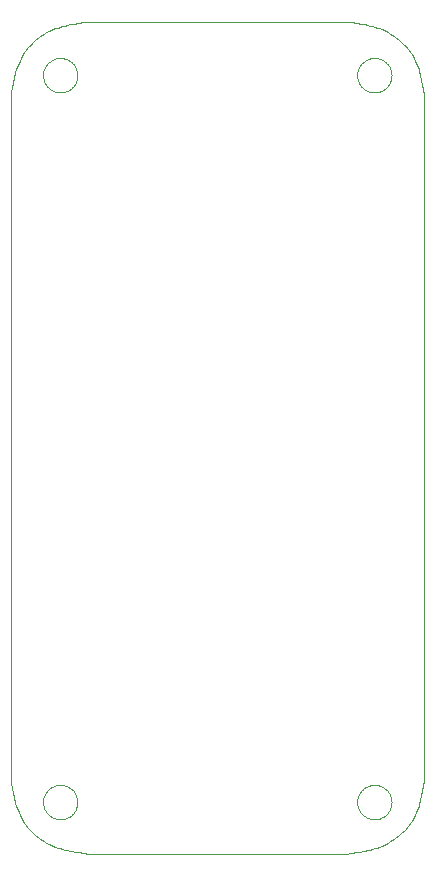
<source format=gm1>
G04 #@! TF.FileFunction,Profile,NP*
%FSLAX45Y45*%
G04 Gerber Fmt 4.5, Leading zero omitted, Abs format (unit mm)*
G04 Created by KiCad (PCBNEW 4.0.7-e2-6376~58~ubuntu16.04.1) date Wed Oct 11 09:48:03 2017*
%MOMM*%
%LPD*%
G01*
G04 APERTURE LIST*
%ADD10C,0.020000*%
%ADD11C,0.100000*%
G04 APERTURE END LIST*
D10*
D11*
X17814652Y-12553765D02*
X17815913Y-12561519D01*
X17813346Y-12546052D02*
X17814652Y-12553765D01*
X17811950Y-12538401D02*
X17813346Y-12546052D01*
X17810414Y-12530828D02*
X17811950Y-12538401D01*
X17808691Y-12523354D02*
X17810414Y-12530828D01*
X17806734Y-12515995D02*
X17808691Y-12523354D01*
X17804495Y-12508772D02*
X17806734Y-12515995D01*
X17801926Y-12501703D02*
X17804495Y-12508772D01*
X17798980Y-12494806D02*
X17801926Y-12501703D01*
X17795609Y-12488100D02*
X17798980Y-12494806D01*
X17791781Y-12481602D02*
X17795609Y-12488100D01*
X17787517Y-12475330D02*
X17791781Y-12481602D01*
X17782845Y-12469296D02*
X17787517Y-12475330D01*
X17777795Y-12463518D02*
X17782845Y-12469296D01*
X17772396Y-12458009D02*
X17777795Y-12463518D01*
X17766677Y-12452785D02*
X17772396Y-12458009D01*
X17760668Y-12447861D02*
X17766677Y-12452785D01*
X17754398Y-12443252D02*
X17760668Y-12447861D01*
X17747897Y-12438974D02*
X17754398Y-12443252D01*
X17741194Y-12435040D02*
X17747897Y-12438974D01*
X17734314Y-12431465D02*
X17741194Y-12435040D01*
X17727277Y-12428255D02*
X17734314Y-12431465D01*
X17720100Y-12425416D02*
X17727277Y-12428255D01*
X17712800Y-12422955D02*
X17720100Y-12425416D01*
X17705395Y-12420878D02*
X17712800Y-12422955D01*
X17697901Y-12419191D02*
X17705395Y-12420878D01*
X17690337Y-12417901D02*
X17697901Y-12419191D01*
X17682719Y-12417014D02*
X17690337Y-12417901D01*
X17675065Y-12416536D02*
X17682719Y-12417014D01*
X17667392Y-12416473D02*
X17675065Y-12416536D01*
X17659719Y-12416828D02*
X17667392Y-12416473D01*
X17652068Y-12417596D02*
X17659719Y-12416828D01*
X17644461Y-12418768D02*
X17652068Y-12417596D01*
X17636921Y-12420340D02*
X17644461Y-12418768D01*
X17629468Y-12422304D02*
X17636921Y-12420340D01*
X17622126Y-12424654D02*
X17629468Y-12422304D01*
X17614916Y-12427384D02*
X17622126Y-12424654D01*
X17607860Y-12430487D02*
X17614916Y-12427384D01*
X17600982Y-12433957D02*
X17607860Y-12430487D01*
X17594302Y-12437786D02*
X17600982Y-12433957D01*
X17587840Y-12441966D02*
X17594302Y-12437786D01*
X17581611Y-12446481D02*
X17587840Y-12441966D01*
X17575629Y-12451317D02*
X17581611Y-12446481D01*
X17569909Y-12456460D02*
X17575629Y-12451317D01*
X17564465Y-12461893D02*
X17569909Y-12456460D01*
X17559313Y-12467602D02*
X17564465Y-12461893D01*
X17554466Y-12473572D02*
X17559313Y-12467602D01*
X17549938Y-12479788D02*
X17554466Y-12473572D01*
X17545745Y-12486235D02*
X17549938Y-12479788D01*
X17541901Y-12492899D02*
X17545745Y-12486235D01*
X17538417Y-12499760D02*
X17541901Y-12492899D01*
X17535299Y-12506800D02*
X17538417Y-12499760D01*
X17532554Y-12513995D02*
X17535299Y-12506800D01*
X17530188Y-12521326D02*
X17532554Y-12513995D01*
X17528207Y-12528771D02*
X17530188Y-12521326D01*
X17526618Y-12536308D02*
X17528207Y-12528771D01*
X17525428Y-12543918D02*
X17526618Y-12536308D01*
X17524642Y-12551578D02*
X17525428Y-12543918D01*
X17524267Y-12559267D02*
X17524642Y-12551578D01*
X17524309Y-12566965D02*
X17524267Y-12559267D01*
X17524767Y-12574650D02*
X17524309Y-12566965D01*
X17525637Y-12582301D02*
X17524767Y-12574650D01*
X17526910Y-12589897D02*
X17525637Y-12582301D01*
X17528581Y-12597417D02*
X17526910Y-12589897D01*
X17530642Y-12604840D02*
X17528581Y-12597417D01*
X17533088Y-12612144D02*
X17530642Y-12604840D01*
X17535911Y-12619309D02*
X17533088Y-12612144D01*
X17539105Y-12626314D02*
X17535911Y-12619309D01*
X17542664Y-12633138D02*
X17539105Y-12626314D01*
X17546580Y-12639759D02*
X17542664Y-12633138D01*
X17550843Y-12646160D02*
X17546580Y-12639759D01*
X17555438Y-12652327D02*
X17550843Y-12646160D01*
X17560349Y-12658244D02*
X17555438Y-12652327D01*
X17565564Y-12663896D02*
X17560349Y-12658244D01*
X17571066Y-12669270D02*
X17565564Y-12663896D01*
X17576842Y-12674349D02*
X17571066Y-12669270D01*
X17582876Y-12679120D02*
X17576842Y-12674349D01*
X17589154Y-12683568D02*
X17582876Y-12679120D01*
X17595661Y-12687677D02*
X17589154Y-12683568D01*
X17602382Y-12691434D02*
X17595661Y-12687677D01*
X17609298Y-12694828D02*
X17602382Y-12691434D01*
X17616386Y-12697854D02*
X17609298Y-12694828D01*
X17623626Y-12700505D02*
X17616386Y-12697854D01*
X17630993Y-12702775D02*
X17623626Y-12700505D01*
X17638467Y-12704659D02*
X17630993Y-12702775D01*
X17646024Y-12706148D02*
X17638467Y-12704659D01*
X17653643Y-12707238D02*
X17646024Y-12706148D01*
X17661302Y-12707922D02*
X17653643Y-12707238D01*
X17668978Y-12708193D02*
X17661302Y-12707922D01*
X17676650Y-12708047D02*
X17668978Y-12708193D01*
X17684298Y-12707486D02*
X17676650Y-12708047D01*
X17691906Y-12706516D02*
X17684298Y-12707486D01*
X17699456Y-12705144D02*
X17691906Y-12706516D01*
X17706931Y-12703376D02*
X17699456Y-12705144D01*
X17714313Y-12701219D02*
X17706931Y-12703376D01*
X17721586Y-12698678D02*
X17714313Y-12701219D01*
X17728732Y-12695762D02*
X17721586Y-12698678D01*
X17735734Y-12692475D02*
X17728732Y-12695762D01*
X17742574Y-12688825D02*
X17735734Y-12692475D01*
X17749234Y-12684819D02*
X17742574Y-12688825D01*
X17755688Y-12680470D02*
X17749234Y-12684819D01*
X17761908Y-12675793D02*
X17755688Y-12680470D01*
X17767863Y-12670804D02*
X17761908Y-12675793D01*
X17773524Y-12665518D02*
X17767863Y-12670804D01*
X17778863Y-12659951D02*
X17773524Y-12665518D01*
X17783850Y-12654118D02*
X17778863Y-12659951D01*
X17788456Y-12648034D02*
X17783850Y-12654118D01*
X17792652Y-12641716D02*
X17788456Y-12648034D01*
X17796409Y-12635177D02*
X17792652Y-12641716D01*
X17799707Y-12628435D02*
X17796409Y-12635177D01*
X17802578Y-12621506D02*
X17799707Y-12628435D01*
X17805070Y-12614409D02*
X17802578Y-12621506D01*
X17807230Y-12607162D02*
X17805070Y-12614409D01*
X17809107Y-12599783D02*
X17807230Y-12607162D01*
X17810748Y-12592290D02*
X17809107Y-12599783D01*
X17812202Y-12584701D02*
X17810748Y-12592290D01*
X17813515Y-12577035D02*
X17812202Y-12584701D01*
X17814736Y-12569309D02*
X17813515Y-12577035D01*
X17815913Y-12561541D02*
X17814736Y-12569309D01*
X20474435Y-6399572D02*
X20475696Y-6407326D01*
X20473130Y-6391859D02*
X20474435Y-6399572D01*
X20471733Y-6384208D02*
X20473130Y-6391859D01*
X20470197Y-6376635D02*
X20471733Y-6384208D01*
X20468475Y-6369160D02*
X20470197Y-6376635D01*
X20466518Y-6361802D02*
X20468475Y-6369160D01*
X20464279Y-6354579D02*
X20466518Y-6361802D01*
X20461710Y-6347510D02*
X20464279Y-6354579D01*
X20458764Y-6340613D02*
X20461710Y-6347510D01*
X20455392Y-6333906D02*
X20458764Y-6340613D01*
X20451565Y-6327409D02*
X20455392Y-6333906D01*
X20447300Y-6321137D02*
X20451565Y-6327409D01*
X20442628Y-6315103D02*
X20447300Y-6321137D01*
X20437578Y-6309325D02*
X20442628Y-6315103D01*
X20432179Y-6303816D02*
X20437578Y-6309325D01*
X20426460Y-6298592D02*
X20432179Y-6303816D01*
X20420452Y-6293668D02*
X20426460Y-6298592D01*
X20414182Y-6289059D02*
X20420452Y-6293668D01*
X20407681Y-6284781D02*
X20414182Y-6289059D01*
X20400977Y-6280847D02*
X20407681Y-6284781D01*
X20394098Y-6277272D02*
X20400977Y-6280847D01*
X20387061Y-6274062D02*
X20394098Y-6277272D01*
X20379884Y-6271223D02*
X20387061Y-6274062D01*
X20372584Y-6268762D02*
X20379884Y-6271223D01*
X20365178Y-6266685D02*
X20372584Y-6268762D01*
X20357684Y-6264998D02*
X20365178Y-6266685D01*
X20350120Y-6263708D02*
X20357684Y-6264998D01*
X20342502Y-6262821D02*
X20350120Y-6263708D01*
X20334848Y-6262343D02*
X20342502Y-6262821D01*
X20327175Y-6262280D02*
X20334848Y-6262343D01*
X20319503Y-6262635D02*
X20327175Y-6262280D01*
X20311852Y-6263402D02*
X20319503Y-6262635D01*
X20304245Y-6264575D02*
X20311852Y-6263402D01*
X20296704Y-6266147D02*
X20304245Y-6264575D01*
X20289252Y-6268111D02*
X20296704Y-6266147D01*
X20281909Y-6270461D02*
X20289252Y-6268111D01*
X20274699Y-6273191D02*
X20281909Y-6270461D01*
X20267644Y-6276294D02*
X20274699Y-6273191D01*
X20260765Y-6279763D02*
X20267644Y-6276294D01*
X20254085Y-6283593D02*
X20260765Y-6279763D01*
X20247623Y-6287772D02*
X20254085Y-6283593D01*
X20241394Y-6292288D02*
X20247623Y-6287772D01*
X20235412Y-6297124D02*
X20241394Y-6292288D01*
X20229693Y-6302266D02*
X20235412Y-6297124D01*
X20224249Y-6307699D02*
X20229693Y-6302266D01*
X20219096Y-6313408D02*
X20224249Y-6307699D01*
X20214249Y-6319378D02*
X20219096Y-6313408D01*
X20209722Y-6325594D02*
X20214249Y-6319378D01*
X20205529Y-6332042D02*
X20209722Y-6325594D01*
X20201685Y-6338705D02*
X20205529Y-6332042D01*
X20198200Y-6345567D02*
X20201685Y-6338705D01*
X20195083Y-6352606D02*
X20198200Y-6345567D01*
X20192337Y-6359802D02*
X20195083Y-6352606D01*
X20189971Y-6367132D02*
X20192337Y-6359802D01*
X20187991Y-6374577D02*
X20189971Y-6367132D01*
X20186402Y-6382115D02*
X20187991Y-6374577D01*
X20185211Y-6389724D02*
X20186402Y-6382115D01*
X20184425Y-6397384D02*
X20185211Y-6389724D01*
X20184050Y-6405074D02*
X20184425Y-6397384D01*
X20184092Y-6412771D02*
X20184050Y-6405074D01*
X20184551Y-6420456D02*
X20184092Y-6412771D01*
X20185420Y-6428107D02*
X20184551Y-6420456D01*
X20186693Y-6435703D02*
X20185420Y-6428107D01*
X20188364Y-6443223D02*
X20186693Y-6435703D01*
X20190425Y-6450646D02*
X20188364Y-6443223D01*
X20192871Y-6457951D02*
X20190425Y-6450646D01*
X20195694Y-6465116D02*
X20192871Y-6457951D01*
X20198888Y-6472121D02*
X20195694Y-6465116D01*
X20202447Y-6478944D02*
X20198888Y-6472121D01*
X20206363Y-6485565D02*
X20202447Y-6478944D01*
X20210626Y-6491967D02*
X20206363Y-6485565D01*
X20215221Y-6498133D02*
X20210626Y-6491967D01*
X20220133Y-6504050D02*
X20215221Y-6498133D01*
X20225347Y-6509703D02*
X20220133Y-6504050D01*
X20230849Y-6515076D02*
X20225347Y-6509703D01*
X20236625Y-6520156D02*
X20230849Y-6515076D01*
X20242659Y-6524927D02*
X20236625Y-6520156D01*
X20248937Y-6529374D02*
X20242659Y-6524927D01*
X20255444Y-6533484D02*
X20248937Y-6529374D01*
X20262165Y-6537240D02*
X20255444Y-6533484D01*
X20269081Y-6540635D02*
X20262165Y-6537240D01*
X20276170Y-6543660D02*
X20269081Y-6540635D01*
X20283409Y-6546312D02*
X20276170Y-6543660D01*
X20290776Y-6548582D02*
X20283409Y-6546312D01*
X20298250Y-6550465D02*
X20290776Y-6548582D01*
X20305807Y-6551955D02*
X20298250Y-6550465D01*
X20313426Y-6553045D02*
X20305807Y-6551955D01*
X20321085Y-6553728D02*
X20313426Y-6553045D01*
X20328761Y-6554000D02*
X20321085Y-6553728D01*
X20336433Y-6553854D02*
X20328761Y-6554000D01*
X20344081Y-6553293D02*
X20336433Y-6553854D01*
X20351689Y-6552323D02*
X20344081Y-6553293D01*
X20359239Y-6550951D02*
X20351689Y-6552323D01*
X20366714Y-6549183D02*
X20359239Y-6550951D01*
X20374096Y-6547025D02*
X20366714Y-6549183D01*
X20381369Y-6544485D02*
X20374096Y-6547025D01*
X20388515Y-6541568D02*
X20381369Y-6544485D01*
X20395517Y-6538282D02*
X20388515Y-6541568D01*
X20402357Y-6534632D02*
X20395517Y-6538282D01*
X20409017Y-6530626D02*
X20402357Y-6534632D01*
X20415472Y-6526276D02*
X20409017Y-6530626D01*
X20421691Y-6521600D02*
X20415472Y-6526276D01*
X20427646Y-6516611D02*
X20421691Y-6521600D01*
X20433307Y-6511325D02*
X20427646Y-6516611D01*
X20438646Y-6505758D02*
X20433307Y-6511325D01*
X20443633Y-6499925D02*
X20438646Y-6505758D01*
X20448239Y-6493841D02*
X20443633Y-6499925D01*
X20452435Y-6487522D02*
X20448239Y-6493841D01*
X20456192Y-6480984D02*
X20452435Y-6487522D01*
X20459490Y-6474242D02*
X20456192Y-6480984D01*
X20462361Y-6467313D02*
X20459490Y-6474242D01*
X20464853Y-6460216D02*
X20462361Y-6467313D01*
X20467013Y-6452969D02*
X20464853Y-6460216D01*
X20468890Y-6445590D02*
X20467013Y-6452969D01*
X20470532Y-6438097D02*
X20468890Y-6445590D01*
X20471985Y-6430508D02*
X20470532Y-6438097D01*
X20473298Y-6422842D02*
X20471985Y-6430508D01*
X20474519Y-6415116D02*
X20473298Y-6422842D01*
X20475696Y-6407348D02*
X20474519Y-6415116D01*
X20474435Y-12553765D02*
X20475696Y-12561519D01*
X20473130Y-12546052D02*
X20474435Y-12553765D01*
X20471733Y-12538401D02*
X20473130Y-12546052D01*
X20470197Y-12530828D02*
X20471733Y-12538401D01*
X20468475Y-12523354D02*
X20470197Y-12530828D01*
X20466518Y-12515995D02*
X20468475Y-12523354D01*
X20464279Y-12508772D02*
X20466518Y-12515995D01*
X20461710Y-12501703D02*
X20464279Y-12508772D01*
X20458764Y-12494806D02*
X20461710Y-12501703D01*
X20455392Y-12488099D02*
X20458764Y-12494806D01*
X20451565Y-12481602D02*
X20455392Y-12488099D01*
X20447300Y-12475330D02*
X20451565Y-12481602D01*
X20442628Y-12469296D02*
X20447300Y-12475330D01*
X20437578Y-12463518D02*
X20442628Y-12469296D01*
X20432179Y-12458009D02*
X20437578Y-12463518D01*
X20426460Y-12452785D02*
X20432179Y-12458009D01*
X20420452Y-12447861D02*
X20426460Y-12452785D01*
X20414182Y-12443252D02*
X20420452Y-12447861D01*
X20407681Y-12438974D02*
X20414182Y-12443252D01*
X20400977Y-12435040D02*
X20407681Y-12438974D01*
X20394098Y-12431465D02*
X20400977Y-12435040D01*
X20387061Y-12428255D02*
X20394098Y-12431465D01*
X20379884Y-12425416D02*
X20387061Y-12428255D01*
X20372584Y-12422955D02*
X20379884Y-12425416D01*
X20365178Y-12420878D02*
X20372584Y-12422955D01*
X20357684Y-12419191D02*
X20365178Y-12420878D01*
X20350120Y-12417901D02*
X20357684Y-12419191D01*
X20342502Y-12417014D02*
X20350120Y-12417901D01*
X20334848Y-12416536D02*
X20342502Y-12417014D01*
X20327175Y-12416473D02*
X20334848Y-12416536D01*
X20319503Y-12416828D02*
X20327175Y-12416473D01*
X20311852Y-12417596D02*
X20319503Y-12416828D01*
X20304245Y-12418768D02*
X20311852Y-12417596D01*
X20296704Y-12420340D02*
X20304245Y-12418768D01*
X20289251Y-12422304D02*
X20296704Y-12420340D01*
X20281909Y-12424654D02*
X20289251Y-12422304D01*
X20274699Y-12427384D02*
X20281909Y-12424654D01*
X20267644Y-12430487D02*
X20274699Y-12427384D01*
X20260765Y-12433957D02*
X20267644Y-12430487D01*
X20254085Y-12437786D02*
X20260765Y-12433957D01*
X20247623Y-12441966D02*
X20254085Y-12437786D01*
X20241394Y-12446481D02*
X20247623Y-12441966D01*
X20235412Y-12451317D02*
X20241394Y-12446481D01*
X20229692Y-12456460D02*
X20235412Y-12451317D01*
X20224249Y-12461893D02*
X20229692Y-12456460D01*
X20219096Y-12467602D02*
X20224249Y-12461893D01*
X20214249Y-12473572D02*
X20219096Y-12467602D01*
X20209722Y-12479788D02*
X20214249Y-12473572D01*
X20205529Y-12486235D02*
X20209722Y-12479788D01*
X20201685Y-12492899D02*
X20205529Y-12486235D01*
X20198200Y-12499760D02*
X20201685Y-12492899D01*
X20195082Y-12506800D02*
X20198200Y-12499760D01*
X20192337Y-12513995D02*
X20195082Y-12506800D01*
X20189971Y-12521326D02*
X20192337Y-12513995D01*
X20187991Y-12528771D02*
X20189971Y-12521326D01*
X20186402Y-12536308D02*
X20187991Y-12528771D01*
X20185211Y-12543918D02*
X20186402Y-12536308D01*
X20184425Y-12551578D02*
X20185211Y-12543918D01*
X20184050Y-12559267D02*
X20184425Y-12551578D01*
X20184092Y-12566965D02*
X20184050Y-12559267D01*
X20184551Y-12574650D02*
X20184092Y-12566965D01*
X20185420Y-12582301D02*
X20184551Y-12574650D01*
X20186693Y-12589897D02*
X20185420Y-12582301D01*
X20188364Y-12597417D02*
X20186693Y-12589897D01*
X20190425Y-12604840D02*
X20188364Y-12597417D01*
X20192871Y-12612144D02*
X20190425Y-12604840D01*
X20195694Y-12619309D02*
X20192871Y-12612144D01*
X20198889Y-12626314D02*
X20195694Y-12619309D01*
X20202447Y-12633138D02*
X20198889Y-12626314D01*
X20206364Y-12639759D02*
X20202447Y-12633138D01*
X20210626Y-12646160D02*
X20206364Y-12639759D01*
X20215221Y-12652327D02*
X20210626Y-12646160D01*
X20220133Y-12658244D02*
X20215221Y-12652327D01*
X20225347Y-12663896D02*
X20220133Y-12658244D01*
X20230850Y-12669270D02*
X20225347Y-12663896D01*
X20236625Y-12674349D02*
X20230850Y-12669270D01*
X20242659Y-12679120D02*
X20236625Y-12674349D01*
X20248937Y-12683568D02*
X20242659Y-12679120D01*
X20255444Y-12687677D02*
X20248937Y-12683568D01*
X20262165Y-12691434D02*
X20255444Y-12687677D01*
X20269081Y-12694828D02*
X20262165Y-12691434D01*
X20276170Y-12697854D02*
X20269081Y-12694828D01*
X20283409Y-12700505D02*
X20276170Y-12697854D01*
X20290776Y-12702775D02*
X20283409Y-12700505D01*
X20298250Y-12704659D02*
X20290776Y-12702775D01*
X20305807Y-12706148D02*
X20298250Y-12704659D01*
X20313427Y-12707238D02*
X20305807Y-12706148D01*
X20321085Y-12707922D02*
X20313427Y-12707238D01*
X20328761Y-12708193D02*
X20321085Y-12707922D01*
X20336433Y-12708047D02*
X20328761Y-12708193D01*
X20344082Y-12707486D02*
X20336433Y-12708047D01*
X20351689Y-12706516D02*
X20344082Y-12707486D01*
X20359239Y-12705144D02*
X20351689Y-12706516D01*
X20366714Y-12703376D02*
X20359239Y-12705144D01*
X20374097Y-12701219D02*
X20366714Y-12703376D01*
X20381369Y-12698678D02*
X20374097Y-12701219D01*
X20388515Y-12695762D02*
X20381369Y-12698678D01*
X20395517Y-12692475D02*
X20388515Y-12695762D01*
X20402357Y-12688825D02*
X20395517Y-12692475D01*
X20409017Y-12684819D02*
X20402357Y-12688825D01*
X20415472Y-12680470D02*
X20409017Y-12684819D01*
X20421691Y-12675793D02*
X20415472Y-12680470D01*
X20427646Y-12670804D02*
X20421691Y-12675793D01*
X20433307Y-12665518D02*
X20427646Y-12670804D01*
X20438646Y-12659951D02*
X20433307Y-12665518D01*
X20443633Y-12654118D02*
X20438646Y-12659951D01*
X20448240Y-12648034D02*
X20443633Y-12654118D01*
X20452436Y-12641716D02*
X20448240Y-12648034D01*
X20456192Y-12635177D02*
X20452436Y-12641716D01*
X20459490Y-12628435D02*
X20456192Y-12635177D01*
X20462361Y-12621506D02*
X20459490Y-12628435D01*
X20464853Y-12614409D02*
X20462361Y-12621506D01*
X20467014Y-12607162D02*
X20464853Y-12614409D01*
X20468890Y-12599783D02*
X20467014Y-12607162D01*
X20470532Y-12592290D02*
X20468890Y-12599783D01*
X20471985Y-12584701D02*
X20470532Y-12592290D01*
X20473298Y-12577035D02*
X20471985Y-12584701D01*
X20474519Y-12569309D02*
X20473298Y-12577035D01*
X20475696Y-12561541D02*
X20474519Y-12569309D01*
X17814652Y-6399572D02*
X17815913Y-6407326D01*
X17813346Y-6391859D02*
X17814652Y-6399572D01*
X17811950Y-6384208D02*
X17813346Y-6391859D01*
X17810414Y-6376635D02*
X17811950Y-6384208D01*
X17808691Y-6369160D02*
X17810414Y-6376635D01*
X17806734Y-6361802D02*
X17808691Y-6369160D01*
X17804495Y-6354579D02*
X17806734Y-6361802D01*
X17801926Y-6347510D02*
X17804495Y-6354579D01*
X17798980Y-6340613D02*
X17801926Y-6347510D01*
X17795609Y-6333906D02*
X17798980Y-6340613D01*
X17791781Y-6327409D02*
X17795609Y-6333906D01*
X17787517Y-6321137D02*
X17791781Y-6327409D01*
X17782845Y-6315103D02*
X17787517Y-6321137D01*
X17777795Y-6309325D02*
X17782845Y-6315103D01*
X17772396Y-6303816D02*
X17777795Y-6309325D01*
X17766677Y-6298592D02*
X17772396Y-6303816D01*
X17760668Y-6293668D02*
X17766677Y-6298592D01*
X17754398Y-6289059D02*
X17760668Y-6293668D01*
X17747897Y-6284781D02*
X17754398Y-6289059D01*
X17741194Y-6280847D02*
X17747897Y-6284781D01*
X17734314Y-6277272D02*
X17741194Y-6280847D01*
X17727277Y-6274062D02*
X17734314Y-6277272D01*
X17720100Y-6271223D02*
X17727277Y-6274062D01*
X17712800Y-6268762D02*
X17720100Y-6271223D01*
X17705395Y-6266685D02*
X17712800Y-6268762D01*
X17697901Y-6264998D02*
X17705395Y-6266685D01*
X17690337Y-6263708D02*
X17697901Y-6264998D01*
X17682719Y-6262821D02*
X17690337Y-6263708D01*
X17675065Y-6262343D02*
X17682719Y-6262821D01*
X17667392Y-6262280D02*
X17675065Y-6262343D01*
X17659719Y-6262635D02*
X17667392Y-6262280D01*
X17652068Y-6263402D02*
X17659719Y-6262635D01*
X17644462Y-6264575D02*
X17652068Y-6263402D01*
X17636921Y-6266147D02*
X17644462Y-6264575D01*
X17629468Y-6268111D02*
X17636921Y-6266147D01*
X17622126Y-6270461D02*
X17629468Y-6268111D01*
X17614916Y-6273191D02*
X17622126Y-6270461D01*
X17607861Y-6276294D02*
X17614916Y-6273191D01*
X17600982Y-6279763D02*
X17607861Y-6276294D01*
X17594302Y-6283593D02*
X17600982Y-6279763D01*
X17587840Y-6287772D02*
X17594302Y-6283593D01*
X17581611Y-6292288D02*
X17587840Y-6287772D01*
X17575629Y-6297124D02*
X17581611Y-6292288D01*
X17569909Y-6302266D02*
X17575629Y-6297124D01*
X17564466Y-6307699D02*
X17569909Y-6302266D01*
X17559313Y-6313408D02*
X17564466Y-6307699D01*
X17554466Y-6319378D02*
X17559313Y-6313408D01*
X17549938Y-6325594D02*
X17554466Y-6319378D01*
X17545745Y-6332042D02*
X17549938Y-6325594D01*
X17541901Y-6338705D02*
X17545745Y-6332042D01*
X17538417Y-6345567D02*
X17541901Y-6338705D01*
X17535299Y-6352606D02*
X17538417Y-6345567D01*
X17532554Y-6359802D02*
X17535299Y-6352606D01*
X17530188Y-6367132D02*
X17532554Y-6359802D01*
X17528207Y-6374577D02*
X17530188Y-6367132D01*
X17526619Y-6382115D02*
X17528207Y-6374577D01*
X17525428Y-6389724D02*
X17526619Y-6382115D01*
X17524642Y-6397384D02*
X17525428Y-6389724D01*
X17524267Y-6405074D02*
X17524642Y-6397384D01*
X17524309Y-6412771D02*
X17524267Y-6405074D01*
X17524767Y-6420456D02*
X17524309Y-6412771D01*
X17525637Y-6428107D02*
X17524767Y-6420456D01*
X17526910Y-6435703D02*
X17525637Y-6428107D01*
X17528581Y-6443223D02*
X17526910Y-6435703D01*
X17530642Y-6450646D02*
X17528581Y-6443223D01*
X17533088Y-6457951D02*
X17530642Y-6450646D01*
X17535911Y-6465116D02*
X17533088Y-6457951D01*
X17539105Y-6472121D02*
X17535911Y-6465116D01*
X17542664Y-6478944D02*
X17539105Y-6472121D01*
X17546580Y-6485565D02*
X17542664Y-6478944D01*
X17550843Y-6491967D02*
X17546580Y-6485565D01*
X17555438Y-6498133D02*
X17550843Y-6491967D01*
X17560349Y-6504050D02*
X17555438Y-6498133D01*
X17565564Y-6509703D02*
X17560349Y-6504050D01*
X17571066Y-6515076D02*
X17565564Y-6509703D01*
X17576842Y-6520156D02*
X17571066Y-6515076D01*
X17582876Y-6524927D02*
X17576842Y-6520156D01*
X17589153Y-6529374D02*
X17582876Y-6524927D01*
X17595661Y-6533484D02*
X17589153Y-6529374D01*
X17602382Y-6537240D02*
X17595661Y-6533484D01*
X17609298Y-6540635D02*
X17602382Y-6537240D01*
X17616386Y-6543660D02*
X17609298Y-6540635D01*
X17623625Y-6546312D02*
X17616386Y-6543660D01*
X17630993Y-6548582D02*
X17623625Y-6546312D01*
X17638466Y-6550465D02*
X17630993Y-6548582D01*
X17646024Y-6551955D02*
X17638466Y-6550465D01*
X17653643Y-6553045D02*
X17646024Y-6551955D01*
X17661302Y-6553728D02*
X17653643Y-6553045D01*
X17668978Y-6554000D02*
X17661302Y-6553728D01*
X17676650Y-6553854D02*
X17668978Y-6554000D01*
X17684298Y-6553293D02*
X17676650Y-6553854D01*
X17691906Y-6552323D02*
X17684298Y-6553293D01*
X17699456Y-6550951D02*
X17691906Y-6552323D01*
X17706931Y-6549183D02*
X17699456Y-6550951D01*
X17714313Y-6547025D02*
X17706931Y-6549183D01*
X17721586Y-6544485D02*
X17714313Y-6547025D01*
X17728732Y-6541568D02*
X17721586Y-6544485D01*
X17735733Y-6538282D02*
X17728732Y-6541568D01*
X17742574Y-6534632D02*
X17735733Y-6538282D01*
X17749234Y-6530626D02*
X17742574Y-6534632D01*
X17755688Y-6526277D02*
X17749234Y-6530626D01*
X17761907Y-6521600D02*
X17755688Y-6526277D01*
X17767862Y-6516611D02*
X17761907Y-6521600D01*
X17773524Y-6511325D02*
X17767862Y-6516611D01*
X17778863Y-6505758D02*
X17773524Y-6511325D01*
X17783850Y-6499925D02*
X17778863Y-6505758D01*
X17788456Y-6493841D02*
X17783850Y-6499925D01*
X17792652Y-6487522D02*
X17788456Y-6493841D01*
X17796409Y-6480984D02*
X17792652Y-6487522D01*
X17799707Y-6474242D02*
X17796409Y-6480984D01*
X17802578Y-6467313D02*
X17799707Y-6474242D01*
X17805070Y-6460216D02*
X17802578Y-6467313D01*
X17807230Y-6452969D02*
X17805070Y-6460216D01*
X17809107Y-6445590D02*
X17807230Y-6452969D01*
X17810748Y-6438097D02*
X17809107Y-6445590D01*
X17812202Y-6430508D02*
X17810748Y-6438097D01*
X17813515Y-6422842D02*
X17812202Y-6430508D01*
X17814736Y-6415116D02*
X17813515Y-6422842D01*
X17815913Y-6407348D02*
X17814736Y-6415116D01*
X17876501Y-5956992D02*
X17898025Y-5953899D01*
X17855067Y-5960125D02*
X17876501Y-5956992D01*
X17833738Y-5963347D02*
X17855067Y-5960125D01*
X17812525Y-5966710D02*
X17833738Y-5963347D01*
X17791443Y-5970263D02*
X17812525Y-5966710D01*
X17770503Y-5974058D02*
X17791443Y-5970263D01*
X17749718Y-5978144D02*
X17770503Y-5974058D01*
X17729102Y-5982573D02*
X17749718Y-5978144D01*
X17708667Y-5987394D02*
X17729102Y-5982573D01*
X17688427Y-5992659D02*
X17708667Y-5987394D01*
X17668393Y-5998417D02*
X17688427Y-5992659D01*
X17648580Y-6004720D02*
X17668393Y-5998417D01*
X17629000Y-6011617D02*
X17648580Y-6004720D01*
X17609666Y-6019159D02*
X17629000Y-6011617D01*
X17590590Y-6027397D02*
X17609666Y-6019159D01*
X17571786Y-6036380D02*
X17590590Y-6027397D01*
X17553276Y-6046130D02*
X17571786Y-6036380D01*
X17535093Y-6056621D02*
X17553276Y-6046130D01*
X17517273Y-6067826D02*
X17535093Y-6056621D01*
X17499852Y-6079716D02*
X17517273Y-6067826D01*
X17482865Y-6092261D02*
X17499852Y-6079716D01*
X17466348Y-6105435D02*
X17482865Y-6092261D01*
X17450336Y-6119207D02*
X17466348Y-6105435D01*
X17434864Y-6133550D02*
X17450336Y-6119207D01*
X17419969Y-6148436D02*
X17434864Y-6133550D01*
X17405686Y-6163834D02*
X17419969Y-6148436D01*
X17392050Y-6179718D02*
X17405686Y-6163834D01*
X17379096Y-6196059D02*
X17392050Y-6179718D01*
X17366861Y-6212827D02*
X17379096Y-6196059D01*
X17355380Y-6229995D02*
X17366861Y-6212827D01*
X17344688Y-6247534D02*
X17355380Y-6229995D01*
X17334817Y-6265416D02*
X17344688Y-6247534D01*
X17325746Y-6283617D02*
X17334817Y-6265416D01*
X17317422Y-6302116D02*
X17325746Y-6283617D01*
X17309793Y-6320892D02*
X17317422Y-6302116D01*
X17302804Y-6339926D02*
X17309793Y-6320892D01*
X17296402Y-6359194D02*
X17302804Y-6339926D01*
X17290534Y-6378678D02*
X17296402Y-6359194D01*
X17285146Y-6398355D02*
X17290534Y-6378678D01*
X17280185Y-6418206D02*
X17285146Y-6398355D01*
X17275597Y-6438209D02*
X17280185Y-6418206D01*
X17271328Y-6458344D02*
X17275597Y-6438209D01*
X17267327Y-6478589D02*
X17271328Y-6458344D01*
X17263537Y-6498923D02*
X17267327Y-6478589D01*
X17259908Y-6519327D02*
X17263537Y-6498923D01*
X17256384Y-6539779D02*
X17259908Y-6519327D01*
X17252912Y-6560258D02*
X17256384Y-6539779D01*
X17256384Y-12412193D02*
X17252912Y-12391714D01*
X17259908Y-12432645D02*
X17256384Y-12412193D01*
X17263537Y-12453049D02*
X17259908Y-12432645D01*
X17267326Y-12473384D02*
X17263537Y-12453049D01*
X17271328Y-12493629D02*
X17267326Y-12473384D01*
X17275597Y-12513764D02*
X17271328Y-12493629D01*
X17280184Y-12533767D02*
X17275597Y-12513764D01*
X17285146Y-12553617D02*
X17280184Y-12533767D01*
X17290534Y-12573295D02*
X17285146Y-12553617D01*
X17296402Y-12592779D02*
X17290534Y-12573295D01*
X17302803Y-12612047D02*
X17296402Y-12592779D01*
X17309792Y-12631081D02*
X17302803Y-12612047D01*
X17317422Y-12649857D02*
X17309792Y-12631081D01*
X17325745Y-12668356D02*
X17317422Y-12649857D01*
X17334816Y-12686557D02*
X17325745Y-12668356D01*
X17344688Y-12704439D02*
X17334816Y-12686557D01*
X17355380Y-12721978D02*
X17344688Y-12704439D01*
X17366861Y-12739146D02*
X17355380Y-12721978D01*
X17379096Y-12755915D02*
X17366861Y-12739146D01*
X17392049Y-12772255D02*
X17379096Y-12755915D01*
X17405686Y-12788139D02*
X17392049Y-12772255D01*
X17419969Y-12803538D02*
X17405686Y-12788139D01*
X17434864Y-12818423D02*
X17419969Y-12803538D01*
X17450335Y-12832766D02*
X17434864Y-12818423D01*
X17466348Y-12846539D02*
X17450335Y-12832766D01*
X17482865Y-12859712D02*
X17466348Y-12846539D01*
X17499852Y-12872258D02*
X17482865Y-12859712D01*
X17517273Y-12884147D02*
X17499852Y-12872258D01*
X17535093Y-12895352D02*
X17517273Y-12884147D01*
X17553276Y-12905843D02*
X17535093Y-12895352D01*
X17571786Y-12915593D02*
X17553276Y-12905843D01*
X17590590Y-12924577D02*
X17571786Y-12915593D01*
X17609666Y-12932814D02*
X17590590Y-12924577D01*
X17629000Y-12940356D02*
X17609666Y-12932814D01*
X17648580Y-12947254D02*
X17629000Y-12940356D01*
X17668393Y-12953556D02*
X17648580Y-12947254D01*
X17688427Y-12959314D02*
X17668393Y-12953556D01*
X17708667Y-12964579D02*
X17688427Y-12959314D01*
X17729102Y-12969400D02*
X17708667Y-12964579D01*
X17749718Y-12973829D02*
X17729102Y-12969400D01*
X17770503Y-12977915D02*
X17749718Y-12973829D01*
X17791443Y-12981710D02*
X17770503Y-12977915D01*
X17812526Y-12985263D02*
X17791443Y-12981710D01*
X17833738Y-12988626D02*
X17812526Y-12985263D01*
X17855067Y-12991848D02*
X17833738Y-12988626D01*
X17876501Y-12994981D02*
X17855067Y-12991848D01*
X17898025Y-12998074D02*
X17876501Y-12994981D01*
X20123499Y-12994981D02*
X20101975Y-12998074D01*
X20144933Y-12991848D02*
X20123499Y-12994981D01*
X20166262Y-12988626D02*
X20144933Y-12991848D01*
X20187475Y-12985263D02*
X20166262Y-12988626D01*
X20208557Y-12981710D02*
X20187475Y-12985263D01*
X20229497Y-12977915D02*
X20208557Y-12981710D01*
X20250282Y-12973829D02*
X20229497Y-12977915D01*
X20270898Y-12969400D02*
X20250282Y-12973829D01*
X20291333Y-12964579D02*
X20270898Y-12969400D01*
X20311573Y-12959314D02*
X20291333Y-12964579D01*
X20331607Y-12953556D02*
X20311573Y-12959314D01*
X20351420Y-12947254D02*
X20331607Y-12953556D01*
X20371000Y-12940356D02*
X20351420Y-12947254D01*
X20390334Y-12932814D02*
X20371000Y-12940356D01*
X20409410Y-12924577D02*
X20390334Y-12932814D01*
X20428214Y-12915593D02*
X20409410Y-12924577D01*
X20446724Y-12905843D02*
X20428214Y-12915593D01*
X20464907Y-12895352D02*
X20446724Y-12905843D01*
X20482727Y-12884147D02*
X20464907Y-12895352D01*
X20500148Y-12872258D02*
X20482727Y-12884147D01*
X20517135Y-12859712D02*
X20500148Y-12872258D01*
X20533653Y-12846539D02*
X20517135Y-12859712D01*
X20549665Y-12832766D02*
X20533653Y-12846539D01*
X20565136Y-12818423D02*
X20549665Y-12832766D01*
X20580031Y-12803538D02*
X20565136Y-12818423D01*
X20594314Y-12788139D02*
X20580031Y-12803538D01*
X20607951Y-12772255D02*
X20594314Y-12788139D01*
X20620904Y-12755915D02*
X20607951Y-12772255D01*
X20633139Y-12739146D02*
X20620904Y-12755915D01*
X20644620Y-12721978D02*
X20633139Y-12739146D01*
X20655312Y-12704439D02*
X20644620Y-12721978D01*
X20665184Y-12686557D02*
X20655312Y-12704439D01*
X20674255Y-12668356D02*
X20665184Y-12686557D01*
X20682578Y-12649857D02*
X20674255Y-12668356D01*
X20690208Y-12631081D02*
X20682578Y-12649857D01*
X20697197Y-12612047D02*
X20690208Y-12631081D01*
X20703598Y-12592779D02*
X20697197Y-12612047D01*
X20709466Y-12573295D02*
X20703598Y-12592779D01*
X20714854Y-12553617D02*
X20709466Y-12573295D01*
X20719816Y-12533767D02*
X20714854Y-12553617D01*
X20724404Y-12513764D02*
X20719816Y-12533767D01*
X20728672Y-12493629D02*
X20724404Y-12513764D01*
X20732674Y-12473384D02*
X20728672Y-12493629D01*
X20736463Y-12453049D02*
X20732674Y-12473384D01*
X20740093Y-12432645D02*
X20736463Y-12453049D01*
X20743616Y-12412193D02*
X20740093Y-12432645D01*
X20747088Y-12391714D02*
X20743616Y-12412193D01*
X20743616Y-6539779D02*
X20747088Y-6560258D01*
X20740092Y-6519327D02*
X20743616Y-6539779D01*
X20736463Y-6498923D02*
X20740092Y-6519327D01*
X20732674Y-6478589D02*
X20736463Y-6498923D01*
X20728672Y-6458344D02*
X20732674Y-6478589D01*
X20724403Y-6438209D02*
X20728672Y-6458344D01*
X20719815Y-6418206D02*
X20724403Y-6438209D01*
X20714854Y-6398355D02*
X20719815Y-6418206D01*
X20709466Y-6378678D02*
X20714854Y-6398355D01*
X20703598Y-6359194D02*
X20709466Y-6378678D01*
X20697196Y-6339926D02*
X20703598Y-6359194D01*
X20690208Y-6320892D02*
X20697196Y-6339926D01*
X20682578Y-6302116D02*
X20690208Y-6320892D01*
X20674255Y-6283617D02*
X20682578Y-6302116D01*
X20665184Y-6265416D02*
X20674255Y-6283617D01*
X20655312Y-6247534D02*
X20665184Y-6265416D01*
X20644620Y-6229995D02*
X20655312Y-6247534D01*
X20633139Y-6212827D02*
X20644620Y-6229995D01*
X20620904Y-6196059D02*
X20633139Y-6212827D01*
X20607950Y-6179718D02*
X20620904Y-6196059D01*
X20594314Y-6163834D02*
X20607950Y-6179718D01*
X20580031Y-6148436D02*
X20594314Y-6163834D01*
X20565136Y-6133550D02*
X20580031Y-6148436D01*
X20549664Y-6119207D02*
X20565136Y-6133550D01*
X20533652Y-6105435D02*
X20549664Y-6119207D01*
X20517135Y-6092261D02*
X20533652Y-6105435D01*
X20500148Y-6079716D02*
X20517135Y-6092261D01*
X20482727Y-6067826D02*
X20500148Y-6079716D01*
X20464907Y-6056621D02*
X20482727Y-6067826D01*
X20446724Y-6046130D02*
X20464907Y-6056621D01*
X20428214Y-6036380D02*
X20446724Y-6046130D01*
X20409410Y-6027397D02*
X20428214Y-6036380D01*
X20390334Y-6019159D02*
X20409410Y-6027397D01*
X20371000Y-6011617D02*
X20390334Y-6019159D01*
X20351420Y-6004720D02*
X20371000Y-6011617D01*
X20331607Y-5998417D02*
X20351420Y-6004720D01*
X20311573Y-5992659D02*
X20331607Y-5998417D01*
X20291333Y-5987394D02*
X20311573Y-5992659D01*
X20270898Y-5982573D02*
X20291333Y-5987394D01*
X20250282Y-5978144D02*
X20270898Y-5982573D01*
X20229497Y-5974058D02*
X20250282Y-5978144D01*
X20208557Y-5970263D02*
X20229497Y-5974058D01*
X20187475Y-5966710D02*
X20208557Y-5970263D01*
X20166262Y-5963347D02*
X20187475Y-5966710D01*
X20144933Y-5960125D02*
X20166262Y-5963347D01*
X20123499Y-5956992D02*
X20144933Y-5960125D01*
X20101975Y-5953899D02*
X20123499Y-5956992D01*
X17898025Y-5953899D02*
X17898025Y-5953899D01*
X17252912Y-12391714D02*
X17252912Y-6560258D01*
X20101975Y-12998074D02*
X17898025Y-12998074D01*
X20747088Y-6560258D02*
X20747088Y-12391714D01*
X17898025Y-5953899D02*
X20101975Y-5953899D01*
M02*

</source>
